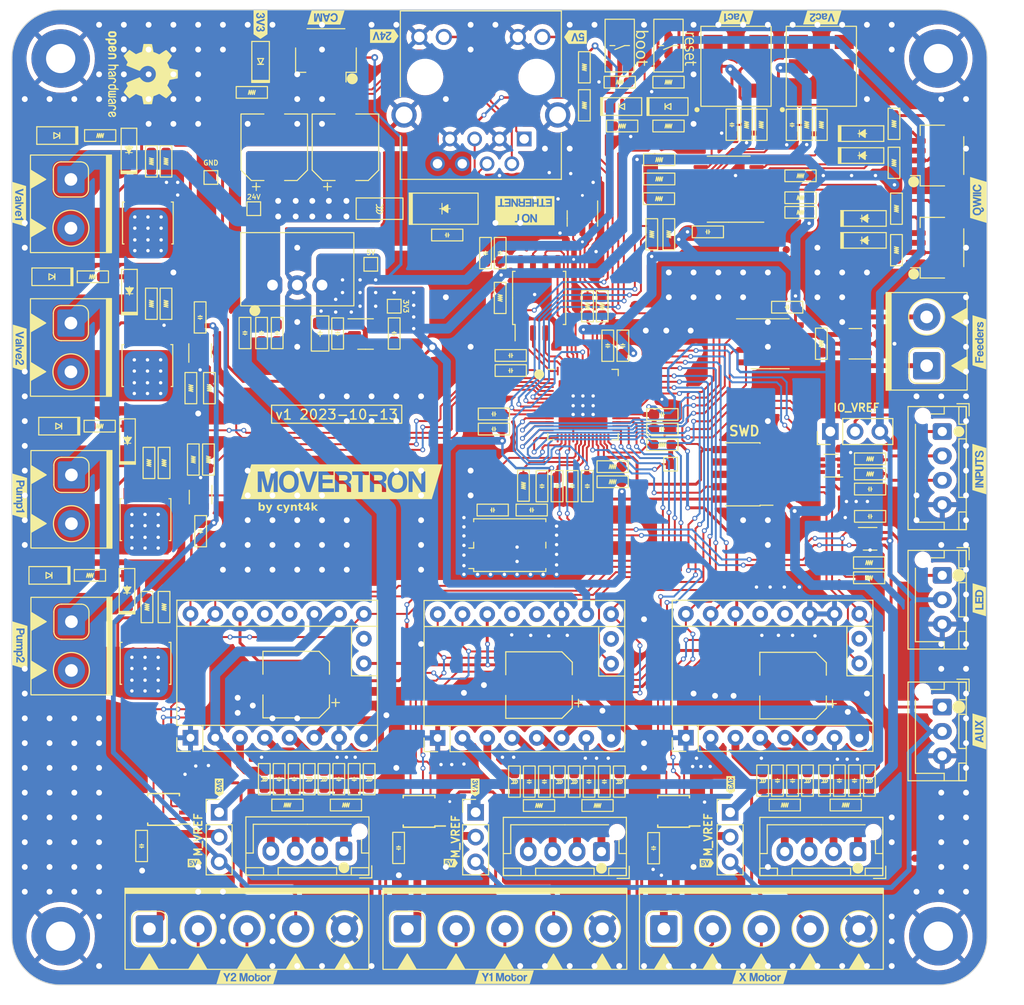
<source format=kicad_pcb>
(kicad_pcb (version 20221018) (generator pcbnew)

  (general
    (thickness 1.6)
  )

  (paper "A4")
  (title_block
    (date "2023-10-13")
    (rev "v1")
  )

  (layers
    (0 "F.Cu" signal)
    (31 "B.Cu" signal)
    (32 "B.Adhes" user "B.Adhesive")
    (33 "F.Adhes" user "F.Adhesive")
    (34 "B.Paste" user)
    (35 "F.Paste" user)
    (36 "B.SilkS" user "B.Silkscreen")
    (37 "F.SilkS" user "F.Silkscreen")
    (38 "B.Mask" user)
    (39 "F.Mask" user)
    (40 "Dwgs.User" user "User.Drawings")
    (41 "Cmts.User" user "User.Comments")
    (42 "Eco1.User" user "User.Eco1")
    (43 "Eco2.User" user "User.Eco2")
    (44 "Edge.Cuts" user)
    (45 "Margin" user)
    (46 "B.CrtYd" user "B.Courtyard")
    (47 "F.CrtYd" user "F.Courtyard")
    (48 "B.Fab" user)
    (49 "F.Fab" user)
    (50 "User.1" user)
    (51 "User.2" user)
    (52 "User.3" user)
    (53 "User.4" user)
    (54 "User.5" user)
    (55 "User.6" user)
    (56 "User.7" user)
    (57 "User.8" user)
    (58 "User.9" user)
  )

  (setup
    (stackup
      (layer "F.SilkS" (type "Top Silk Screen"))
      (layer "F.Paste" (type "Top Solder Paste"))
      (layer "F.Mask" (type "Top Solder Mask") (thickness 0.01))
      (layer "F.Cu" (type "copper") (thickness 0.035))
      (layer "dielectric 1" (type "core") (thickness 1.51) (material "FR4") (epsilon_r 4.5) (loss_tangent 0.02))
      (layer "B.Cu" (type "copper") (thickness 0.035))
      (layer "B.Mask" (type "Bottom Solder Mask") (thickness 0.01))
      (layer "B.Paste" (type "Bottom Solder Paste"))
      (layer "B.SilkS" (type "Bottom Silk Screen"))
      (copper_finish "None")
      (dielectric_constraints no)
    )
    (pad_to_mask_clearance 0)
    (pcbplotparams
      (layerselection 0x00010fc_ffffffff)
      (plot_on_all_layers_selection 0x0000000_00000000)
      (disableapertmacros false)
      (usegerberextensions false)
      (usegerberattributes true)
      (usegerberadvancedattributes true)
      (creategerberjobfile false)
      (dashed_line_dash_ratio 12.000000)
      (dashed_line_gap_ratio 3.000000)
      (svgprecision 4)
      (plotframeref false)
      (viasonmask false)
      (mode 1)
      (useauxorigin false)
      (hpglpennumber 1)
      (hpglpenspeed 20)
      (hpglpendiameter 15.000000)
      (dxfpolygonmode true)
      (dxfimperialunits true)
      (dxfusepcbnewfont true)
      (psnegative false)
      (psa4output false)
      (plotreference true)
      (plotvalue true)
      (plotinvisibletext false)
      (sketchpadsonfab false)
      (subtractmaskfromsilk false)
      (outputformat 1)
      (mirror false)
      (drillshape 0)
      (scaleselection 1)
      (outputdirectory "/tmp/droid/movertron")
    )
  )

  (net 0 "")
  (net 1 "+24V")
  (net 2 "GND")
  (net 3 "+5V")
  (net 4 "+3V3")
  (net 5 "+1V1")
  (net 6 "/Brain/XIN")
  (net 7 "Net-(C314-Pad1)")
  (net 8 "Net-(J1502-Pin_1)")
  (net 9 "Net-(J1503-Pin_1)")
  (net 10 "Net-(J1503-Pin_3)")
  (net 11 "Net-(J1503-Pin_4)")
  (net 12 "Net-(J1503-Pin_2)")
  (net 13 "Net-(J1602-Pin_1)")
  (net 14 "Net-(J1603-Pin_1)")
  (net 15 "Net-(J1603-Pin_3)")
  (net 16 "Net-(J1603-Pin_4)")
  (net 17 "Net-(J1603-Pin_2)")
  (net 18 "Net-(J1702-Pin_1)")
  (net 19 "Net-(J1703-Pin_1)")
  (net 20 "Net-(J1703-Pin_3)")
  (net 21 "Net-(J1703-Pin_4)")
  (net 22 "Net-(J1703-Pin_2)")
  (net 23 "VDC")
  (net 24 "Net-(D205-K)")
  (net 25 "Net-(D301-K)")
  (net 26 "/Brain/ACT_LED")
  (net 27 "Net-(D302-K)")
  (net 28 "/Brain/AUX_LED")
  (net 29 "/Connections/QWIIC1_SDA")
  (net 30 "/Connections/QWIIC2_SDA")
  (net 31 "/Connections/QWIIC1_SCL")
  (net 32 "/Connections/QWIIC2_SCL")
  (net 33 "/Connections/CAM_D+")
  (net 34 "/Brain/D+")
  (net 35 "Net-(D801-A1)")
  (net 36 "Net-(D801-A2)")
  (net 37 "Net-(D1001-K)")
  (net 38 "/Pump A/switched")
  (net 39 "Net-(D1101-K)")
  (net 40 "/Pump B/switched")
  (net 41 "Net-(D1301-K)")
  (net 42 "/Valve A/switched")
  (net 43 "Net-(D1401-K)")
  (net 44 "/Valve B/switched")
  (net 45 "/Connections/CAM_D-")
  (net 46 "Net-(U1502-OA2)")
  (net 47 "Net-(U1502-OA1)")
  (net 48 "Net-(U1502-OB2)")
  (net 49 "Net-(U1502-OB1)")
  (net 50 "Net-(U1602-OA2)")
  (net 51 "Net-(U1602-OA1)")
  (net 52 "Net-(U1602-OB2)")
  (net 53 "Net-(U1602-OB1)")
  (net 54 "Net-(U1702-OA2)")
  (net 55 "Net-(U1702-OA1)")
  (net 56 "Net-(U1702-OB2)")
  (net 57 "Net-(U1702-OB1)")
  (net 58 "/Brain/SWD")
  (net 59 "/Brain/SWCLK")
  (net 60 "unconnected-(J301-SWO{slash}TDO-Pad6)")
  (net 61 "unconnected-(J301-KEY-Pad7)")
  (net 62 "unconnected-(J301-NC{slash}TDI-Pad8)")
  (net 63 "/Brain/RUN")
  (net 64 "Net-(J402-Pin_1)")
  (net 65 "Net-(J403-Pin_1)")
  (net 66 "Net-(J405-Pin_2)")
  (net 67 "Net-(J406-Pin_2)")
  (net 68 "Net-(J406-Pin_3)")
  (net 69 "Net-(J407-Pad10)")
  (net 70 "/Brain/D-")
  (net 71 "Net-(J407-Pad12)")
  (net 72 "unconnected-(U1502-INDEX-Pad18)")
  (net 73 "unconnected-(U1602-INDEX-Pad18)")
  (net 74 "Net-(J1502-Pin_2)")
  (net 75 "Net-(J1502-Pin_3)")
  (net 76 "Net-(J1502-Pin_4)")
  (net 77 "Net-(J1602-Pin_2)")
  (net 78 "Net-(J1602-Pin_3)")
  (net 79 "Net-(J1602-Pin_4)")
  (net 80 "Net-(J1702-Pin_2)")
  (net 81 "Net-(J1702-Pin_3)")
  (net 82 "Net-(J1702-Pin_4)")
  (net 83 "Net-(Q1001-G)")
  (net 84 "Net-(Q1101-G)")
  (net 85 "Net-(Q1301-G)")
  (net 86 "Net-(Q1401-G)")
  (net 87 "unconnected-(U1702-INDEX-Pad18)")
  (net 88 "/Brain/UART0_TX")
  (net 89 "/TMC_UART")
  (net 90 "Net-(SW301A-B)")
  (net 91 "Net-(SW302A-B)")
  (net 92 "/Brain/XOUT")
  (net 93 "/Brain/QSPI_CS")
  (net 94 "/Brain/CAM_LED")
  (net 95 "/Brain/AUX_OUT")
  (net 96 "Net-(U402-1A)")
  (net 97 "Net-(U402-2A)")
  (net 98 "/Brain/I2C_SCL")
  (net 99 "/Brain/I2C_SDA")
  (net 100 "/I2C Multiplexer/~{RESET}")
  (net 101 "/I2C Multiplexer/INT")
  (net 102 "/I2C Multiplexer/~{INT0}")
  (net 103 "/I2C Multiplexer/~{INT1}")
  (net 104 "/I2C Multiplexer/~{INT2}")
  (net 105 "/I2C Multiplexer/SDA2")
  (net 106 "/I2C Multiplexer/SCL2")
  (net 107 "/I2C Multiplexer/~{INT3}")
  (net 108 "/I2C Multiplexer/SDA3")
  (net 109 "/I2C Multiplexer/SCL3")
  (net 110 "/Brain/PUMP_A")
  (net 111 "/Brain/PUMP_B")
  (net 112 "/Brain/VALVE_A")
  (net 113 "/Brain/VALVE_B")
  (net 114 "/Valve A/ENABLE")
  (net 115 "/Valve B/ENABLE")
  (net 116 "unconnected-(U202-NC-Pad4)")
  (net 117 "/Brain/UART1_TX")
  (net 118 "/Brain/UART1_RX")
  (net 119 "/Brain/RS485_~{IN_EN}")
  (net 120 "/Brain/RS485_OUT_EN")
  (net 121 "/Brain/IN_1")
  (net 122 "/Brain/IN_2")
  (net 123 "/Brain/M2_DIR")
  (net 124 "/Brain/M2_STEP")
  (net 125 "/Brain/M2_DIAG")
  (net 126 "/Brain/M2_EN")
  (net 127 "/Brain/M1_DIR")
  (net 128 "/Brain/M1_STEP")
  (net 129 "/Brain/M1_DIAG")
  (net 130 "/Brain/M1_EN")
  (net 131 "/Brain/M0_DIR")
  (net 132 "/Brain/M0_STEP")
  (net 133 "/Brain/M0_DIAG")
  (net 134 "/Brain/M0_EN")
  (net 135 "/Brain/QSPI_SD3")
  (net 136 "/Brain/QSPI_SCLK")
  (net 137 "/Brain/QSPI_SD0")
  (net 138 "/Brain/QSPI_SD2")
  (net 139 "/Brain/QSPI_SD1")
  (net 140 "unconnected-(U601-EOC-Pad3)")
  (net 141 "unconnected-(U601-Pad4)")
  (net 142 "unconnected-(U701-EOC-Pad3)")
  (net 143 "unconnected-(U701-Pad4)")
  (net 144 "unconnected-(U1502-PDN_UART-Pad4)")
  (net 145 "unconnected-(U1502-SPREAD-Pad5)")
  (net 146 "unconnected-(U1602-PDN_UART-Pad4)")
  (net 147 "unconnected-(U1602-SPREAD-Pad5)")
  (net 148 "unconnected-(U1702-PDN_UART-Pad4)")
  (net 149 "unconnected-(U1702-SPREAD-Pad5)")
  (net 150 "/Pump A/ENABLE")
  (net 151 "/Pump B/ENABLE")
  (net 152 "Net-(U301-USB_DP)")
  (net 153 "Net-(U301-USB_DM)")

  (footprint "Droid:L_0603_HandSolder" (layer "F.Cu") (at 202.02 124.9 -90))

  (footprint "Droid:L_0603_HandSolder" (layer "F.Cu") (at 253.3475 125.05 -90))

  (footprint "Symbol:OSHW-Logo2_9.8x8mm_SilkScreen" (layer "F.Cu") (at 183.3 52.6 -90))

  (footprint "MountingHole:MountingHole_3mm_Pad" (layer "F.Cu") (at 265 51))

  (footprint "Droid:JST_XH_B4B-XH-AM_1x04_P2.50mm_Vertical" (layer "F.Cu") (at 226.7 131.8 180))

  (footprint "Package_SO:TSSOP-8_3x3mm_P0.65mm" (layer "F.Cu") (at 211.75 128.2 180))

  (footprint "Droid:APB2LAN_SMT" (layer "F.Cu") (at 244.25 51.8))

  (footprint "Droid:R_0603_HandSolder" (layer "F.Cu") (at 245.3325 57.8 90))

  (footprint "Droid:L_1206_HandSolder" (layer "F.Cu") (at 207.7 66.4 180))

  (footprint "Droid:R_0603_HandSolder" (layer "F.Cu") (at 253 80.25 90))

  (footprint "Droid:C_0603_HandSolder" (layer "F.Cu") (at 243.8325 57.7925 -90))

  (footprint "Droid:L_0603_HandSolder" (layer "F.Cu") (at 232.3 125.15 -90))

  (footprint "Droid:C_0603_HandSolder" (layer "F.Cu") (at 195.6 79.15 -90))

  (footprint "Droid:R_0603_HandSolder" (layer "F.Cu") (at 255.5 127.55))

  (footprint "Droid:R_0603_HandSolder" (layer "F.Cu") (at 178.3 73.38))

  (footprint "Droid:C_0603_HandSolder" (layer "F.Cu") (at 223.3 97.3))

  (footprint "Droid:TerminalBlock_PhoenixContact_5x5mm" (layer "F.Cu") (at 220.55 140.25))

  (footprint "Connector_PinHeader_2.54mm:PinHeader_1x03_P2.54mm_Vertical" (layer "F.Cu") (at 217.55 128.3))

  (footprint "Droid:R_0603_HandSolder" (layer "F.Cu") (at 194.6 54.475 180))

  (footprint "Droid:C_0603_HandSolder" (layer "F.Cu") (at 250 57.8 -90))

  (footprint "Droid:C_0603_HandSolder" (layer "F.Cu") (at 250.05 125.05 90))

  (footprint "Package_TO_SOT_SMD:SOT-23" (layer "F.Cu") (at 256.5 80.25 180))

  (footprint "Droid:C_0603_HandSolder" (layer "F.Cu") (at 189.3 77.55 90))

  (footprint "Connector_PinHeader_1.27mm:PinHeader_2x05_P1.27mm_Vertical_SMD" (layer "F.Cu") (at 244.95 93.64 180))

  (footprint "Connector_PinHeader_2.54mm:PinHeader_1x03_P2.54mm_Vertical" (layer "F.Cu") (at 253.92 89.25 90))

  (footprint "Package_TO_SOT_SMD:SOT-23-6" (layer "F.Cu") (at 228.5 67.4 -90))

  (footprint "kibuzzard-652135D8" (layer "F.Cu") (at 241.25 133.5))

  (footprint "Droid:JST_X_B3B-XH-AM_1x03_P2.50mm_Vertical" (layer "F.Cu") (at 265.4 117.45 -90))

  (footprint "TestPoint:TestPoint_Pad_1.0x1.0mm" (layer "F.Cu") (at 206.8 72.1 90))

  (footprint "Droid:C_0603_HandSolder" (layer "F.Cu") (at 218.565 70.95 90))

  (footprint "Droid:C_0603_HandSolder" (layer "F.Cu") (at 225.9 94.85 -90))

  (footprint "Droid:R_0603_HandSolder" (layer "F.Cu") (at 230.05 127.6))

  (footprint "kibuzzard-65115750" (layer "F.Cu") (at 246.7 145.2))

  (footprint "Package_SO:TSSOP-8_3x3mm_P0.65mm" (layer "F.Cu") (at 185.55 128 180))

  (footprint "Droid:R_0603_HandSolder" (layer "F.Cu") (at 222.45 94.8 -90))

  (footprint "Droid:C_0603_HandSolder" (layer "F.Cu") (at 236.7 87.5))

  (footprint "Package_TO_SOT_SMD:LFPAK56" (layer "F.Cu")
    (tstamp 277b77f0-0085-4865-b23e-927796487606)
    (at 183.94 67.865 -90)
    (descr "LFPAK56 https://assets.nexperia.com/documents/outline-drawing/SOT669.pdf")
    (tags "LFPAK56 SOT-669 Power-SO8")
    (property "Sheetfile" "pumps.kicad_sch")
    (property "Sheetname" "Valve A")
    (property "ki_description" "100A, 60V Vds, N-Channel MOSFET, 5.2mOhm Ron, LFPAK56")
    (property "ki_keywords" "N-Channel MOSFET")
    (property "mpn" "BUK9Y40-55B,
... [2653415 chars truncated]
</source>
